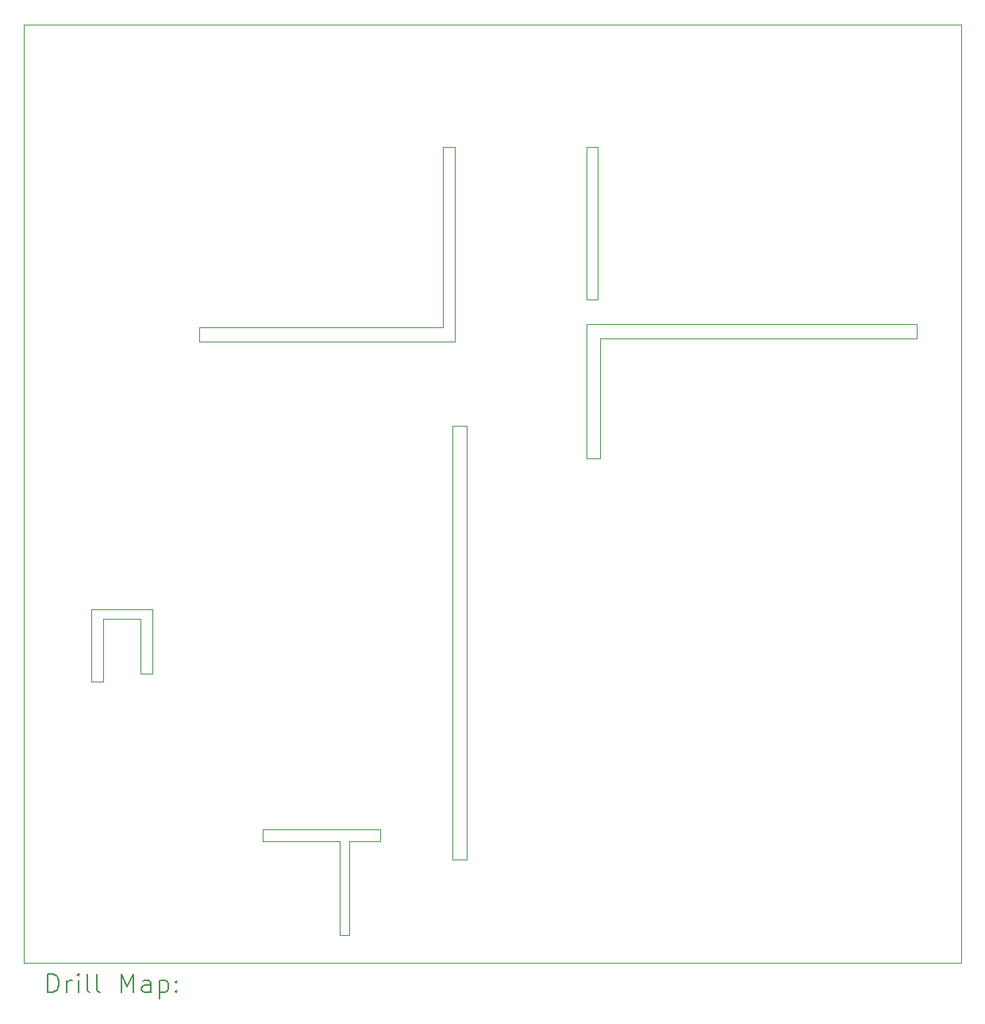
<source format=gbr>
%TF.GenerationSoftware,KiCad,Pcbnew,8.0.6*%
%TF.CreationDate,2024-12-03T19:12:22+01:00*%
%TF.ProjectId,HomeAutomationESP32C2mini_2024,486f6d65-4175-4746-9f6d-6174696f6e45,Rev A*%
%TF.SameCoordinates,Original*%
%TF.FileFunction,Drillmap*%
%TF.FilePolarity,Positive*%
%FSLAX45Y45*%
G04 Gerber Fmt 4.5, Leading zero omitted, Abs format (unit mm)*
G04 Created by KiCad (PCBNEW 8.0.6) date 2024-12-03 19:12:22*
%MOMM*%
%LPD*%
G01*
G04 APERTURE LIST*
%ADD10C,0.050000*%
%ADD11C,0.200000*%
G04 APERTURE END LIST*
D10*
X8475000Y-13700000D02*
X8800000Y-13700000D01*
X15000000Y-5000000D02*
X5000000Y-5000000D01*
X9600000Y-8225000D02*
X9600000Y-8375000D01*
X6375000Y-11230000D02*
X5720000Y-11230000D01*
X6875000Y-8375000D02*
X6875000Y-8225000D01*
X6250000Y-11330000D02*
X6250000Y-11920000D01*
X5720000Y-11230000D02*
X5720000Y-12000000D01*
X9475000Y-6300000D02*
X9475000Y-8225000D01*
X11150000Y-8344500D02*
X14525000Y-8344500D01*
X6250000Y-11920000D02*
X6375000Y-11920000D01*
X11000000Y-6300000D02*
X11125000Y-6300000D01*
X5720000Y-12000000D02*
X5850000Y-12000000D01*
X11150000Y-9619500D02*
X11150000Y-8344500D01*
X5000000Y-5000000D02*
X5000000Y-15000000D01*
X9575000Y-13900000D02*
X9575000Y-9275000D01*
X9600000Y-8225000D02*
X9600000Y-6300000D01*
X9725000Y-9275000D02*
X9725000Y-13900000D01*
X7550000Y-13575000D02*
X7550000Y-13700000D01*
X6375000Y-11920000D02*
X6375000Y-11230000D01*
X11175000Y-8194500D02*
X11000000Y-8194500D01*
X8375000Y-13700000D02*
X8375000Y-14700000D01*
X11000000Y-9619500D02*
X11150000Y-9619500D01*
X14525000Y-8194500D02*
X11175000Y-8194500D01*
X6875000Y-8225000D02*
X9475000Y-8225000D01*
X9600000Y-8375000D02*
X6875000Y-8375000D01*
X7550000Y-13700000D02*
X8375000Y-13700000D01*
X9575000Y-9275000D02*
X9725000Y-9275000D01*
X8375000Y-14700000D02*
X8475000Y-14700000D01*
X11125000Y-7925000D02*
X11000000Y-7925000D01*
X8800000Y-13700000D02*
X8800000Y-13575000D01*
X14525000Y-8344500D02*
X14525000Y-8194500D01*
X15000000Y-15000000D02*
X15000000Y-5000000D01*
X11125000Y-6300000D02*
X11125000Y-7925000D01*
X5850000Y-11330000D02*
X6250000Y-11330000D01*
X11000000Y-7925000D02*
X11000000Y-6300000D01*
X9725000Y-13900000D02*
X9575000Y-13900000D01*
X8475000Y-14700000D02*
X8475000Y-13700000D01*
X5850000Y-12000000D02*
X5850000Y-11330000D01*
X5000000Y-15000000D02*
X15000000Y-15000000D01*
X8800000Y-13575000D02*
X7550000Y-13575000D01*
X9600000Y-6300000D02*
X9475000Y-6300000D01*
X11000000Y-8194500D02*
X11000000Y-9619500D01*
D11*
X5258277Y-15313984D02*
X5258277Y-15113984D01*
X5258277Y-15113984D02*
X5305896Y-15113984D01*
X5305896Y-15113984D02*
X5334467Y-15123508D01*
X5334467Y-15123508D02*
X5353515Y-15142555D01*
X5353515Y-15142555D02*
X5363039Y-15161603D01*
X5363039Y-15161603D02*
X5372563Y-15199698D01*
X5372563Y-15199698D02*
X5372563Y-15228269D01*
X5372563Y-15228269D02*
X5363039Y-15266365D01*
X5363039Y-15266365D02*
X5353515Y-15285412D01*
X5353515Y-15285412D02*
X5334467Y-15304460D01*
X5334467Y-15304460D02*
X5305896Y-15313984D01*
X5305896Y-15313984D02*
X5258277Y-15313984D01*
X5458277Y-15313984D02*
X5458277Y-15180650D01*
X5458277Y-15218746D02*
X5467801Y-15199698D01*
X5467801Y-15199698D02*
X5477324Y-15190174D01*
X5477324Y-15190174D02*
X5496372Y-15180650D01*
X5496372Y-15180650D02*
X5515420Y-15180650D01*
X5582086Y-15313984D02*
X5582086Y-15180650D01*
X5582086Y-15113984D02*
X5572563Y-15123508D01*
X5572563Y-15123508D02*
X5582086Y-15133031D01*
X5582086Y-15133031D02*
X5591610Y-15123508D01*
X5591610Y-15123508D02*
X5582086Y-15113984D01*
X5582086Y-15113984D02*
X5582086Y-15133031D01*
X5705896Y-15313984D02*
X5686848Y-15304460D01*
X5686848Y-15304460D02*
X5677324Y-15285412D01*
X5677324Y-15285412D02*
X5677324Y-15113984D01*
X5810658Y-15313984D02*
X5791610Y-15304460D01*
X5791610Y-15304460D02*
X5782086Y-15285412D01*
X5782086Y-15285412D02*
X5782086Y-15113984D01*
X6039229Y-15313984D02*
X6039229Y-15113984D01*
X6039229Y-15113984D02*
X6105896Y-15256841D01*
X6105896Y-15256841D02*
X6172562Y-15113984D01*
X6172562Y-15113984D02*
X6172562Y-15313984D01*
X6353515Y-15313984D02*
X6353515Y-15209222D01*
X6353515Y-15209222D02*
X6343991Y-15190174D01*
X6343991Y-15190174D02*
X6324943Y-15180650D01*
X6324943Y-15180650D02*
X6286848Y-15180650D01*
X6286848Y-15180650D02*
X6267801Y-15190174D01*
X6353515Y-15304460D02*
X6334467Y-15313984D01*
X6334467Y-15313984D02*
X6286848Y-15313984D01*
X6286848Y-15313984D02*
X6267801Y-15304460D01*
X6267801Y-15304460D02*
X6258277Y-15285412D01*
X6258277Y-15285412D02*
X6258277Y-15266365D01*
X6258277Y-15266365D02*
X6267801Y-15247317D01*
X6267801Y-15247317D02*
X6286848Y-15237793D01*
X6286848Y-15237793D02*
X6334467Y-15237793D01*
X6334467Y-15237793D02*
X6353515Y-15228269D01*
X6448753Y-15180650D02*
X6448753Y-15380650D01*
X6448753Y-15190174D02*
X6467801Y-15180650D01*
X6467801Y-15180650D02*
X6505896Y-15180650D01*
X6505896Y-15180650D02*
X6524943Y-15190174D01*
X6524943Y-15190174D02*
X6534467Y-15199698D01*
X6534467Y-15199698D02*
X6543991Y-15218746D01*
X6543991Y-15218746D02*
X6543991Y-15275888D01*
X6543991Y-15275888D02*
X6534467Y-15294936D01*
X6534467Y-15294936D02*
X6524943Y-15304460D01*
X6524943Y-15304460D02*
X6505896Y-15313984D01*
X6505896Y-15313984D02*
X6467801Y-15313984D01*
X6467801Y-15313984D02*
X6448753Y-15304460D01*
X6629705Y-15294936D02*
X6639229Y-15304460D01*
X6639229Y-15304460D02*
X6629705Y-15313984D01*
X6629705Y-15313984D02*
X6620182Y-15304460D01*
X6620182Y-15304460D02*
X6629705Y-15294936D01*
X6629705Y-15294936D02*
X6629705Y-15313984D01*
X6629705Y-15190174D02*
X6639229Y-15199698D01*
X6639229Y-15199698D02*
X6629705Y-15209222D01*
X6629705Y-15209222D02*
X6620182Y-15199698D01*
X6620182Y-15199698D02*
X6629705Y-15190174D01*
X6629705Y-15190174D02*
X6629705Y-15209222D01*
M02*

</source>
